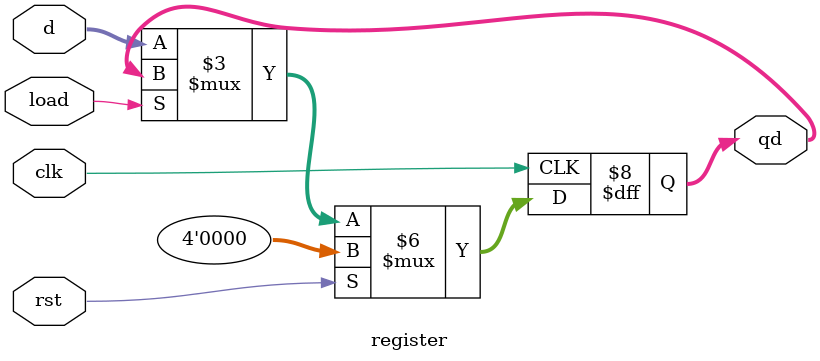
<source format=v>
module register(
    input clk,rst,load,
    input [3:0] d,
    output reg[3:0] qd
);

always @(posedge clk) begin
    if(rst)
        qd <= 4'b0;
    else if(!load)
        qd <= d;
end

endmodule

</source>
